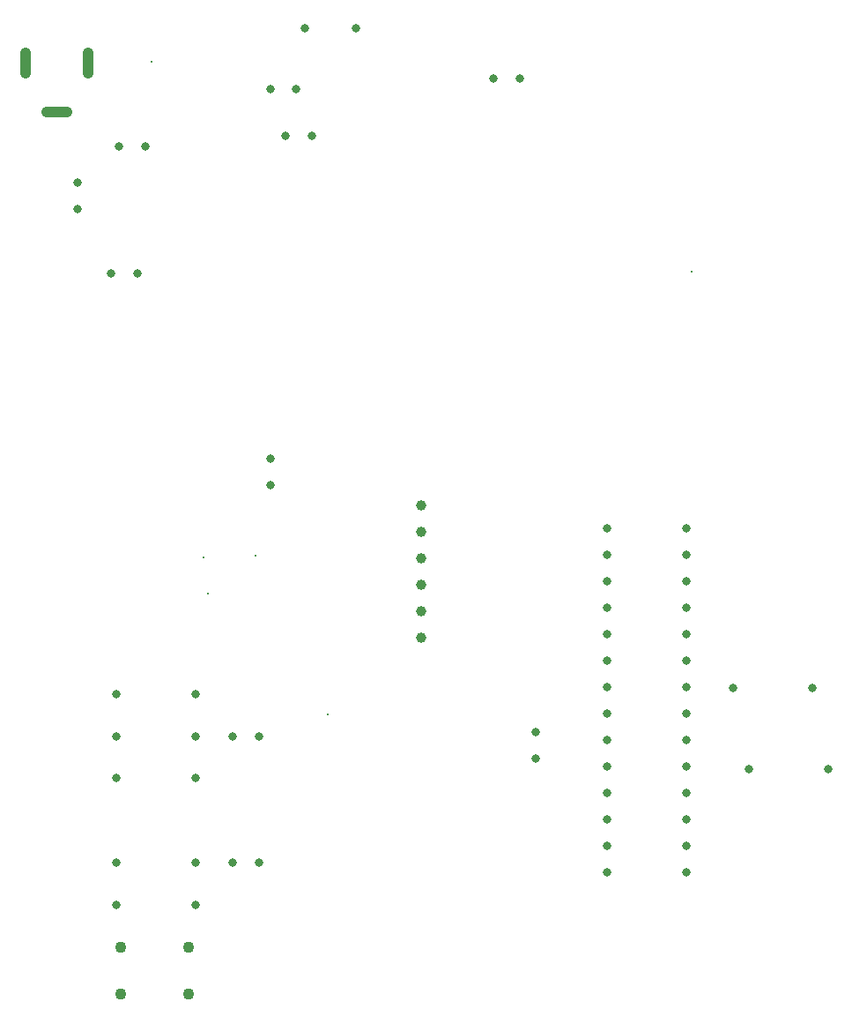
<source format=gbr>
%TF.GenerationSoftware,KiCad,Pcbnew,9.0.2*%
%TF.CreationDate,2025-06-30T09:26:00+05:30*%
%TF.ProjectId,ATmega328P_DevBoard_V1_Ujwal,41546d65-6761-4333-9238-505f44657642,rev?*%
%TF.SameCoordinates,Original*%
%TF.FileFunction,Plated,1,2,PTH,Mixed*%
%TF.FilePolarity,Positive*%
%FSLAX46Y46*%
G04 Gerber Fmt 4.6, Leading zero omitted, Abs format (unit mm)*
G04 Created by KiCad (PCBNEW 9.0.2) date 2025-06-30 09:26:00*
%MOMM*%
%LPD*%
G01*
G04 APERTURE LIST*
%TA.AperFunction,ViaDrill*%
%ADD10C,0.300000*%
%TD*%
%TA.AperFunction,ComponentDrill*%
%ADD11C,0.800000*%
%TD*%
G04 aperture for slot hole*
%TA.AperFunction,ComponentDrill*%
%ADD12C,1.000000*%
%TD*%
%TA.AperFunction,ComponentDrill*%
%ADD13C,1.000000*%
%TD*%
%TA.AperFunction,ComponentDrill*%
%ADD14C,1.100000*%
%TD*%
G04 APERTURE END LIST*
D10*
X46139400Y-26360300D03*
X51118800Y-73993700D03*
X51563200Y-77442800D03*
X56111500Y-73795600D03*
X63067900Y-88996800D03*
X98000000Y-46500000D03*
D11*
%TO.C,C5*%
X39000000Y-38000000D03*
X39000000Y-40500000D03*
%TO.C,C8*%
X42250000Y-46730000D03*
%TO.C,D2*%
X42690000Y-87050000D03*
%TO.C,R1*%
X42690000Y-91100000D03*
%TO.C,R2*%
X42690000Y-95150000D03*
%TO.C,R4*%
X42690000Y-103250000D03*
%TO.C,R5*%
X42690000Y-107300000D03*
%TO.C,C6*%
X43000000Y-34500000D03*
%TO.C,C8*%
X44750000Y-46730000D03*
%TO.C,C6*%
X45500000Y-34500000D03*
%TO.C,D2*%
X50310000Y-87050000D03*
%TO.C,R1*%
X50310000Y-91100000D03*
%TO.C,R2*%
X50310000Y-95150000D03*
%TO.C,R4*%
X50310000Y-103250000D03*
%TO.C,R5*%
X50310000Y-107300000D03*
%TO.C,C3*%
X53910000Y-91100000D03*
%TO.C,C7*%
X53910000Y-103250000D03*
%TO.C,C3*%
X56410000Y-91100000D03*
%TO.C,C7*%
X56410000Y-103250000D03*
%TO.C,C9*%
X57500000Y-29000000D03*
%TO.C,C11*%
X57500000Y-64500000D03*
X57500000Y-67000000D03*
%TO.C,C1*%
X59000000Y-33500000D03*
%TO.C,C9*%
X60000000Y-29000000D03*
%TO.C,Y1*%
X60880000Y-23185000D03*
%TO.C,C1*%
X61500000Y-33500000D03*
%TO.C,Y1*%
X65760000Y-23185000D03*
%TO.C,C10*%
X79000000Y-28000000D03*
X81500000Y-28000000D03*
%TO.C,C2*%
X83000000Y-90750000D03*
X83000000Y-93250000D03*
%TO.C,U1*%
X89880000Y-71180000D03*
X89880000Y-73720000D03*
X89880000Y-76260000D03*
X89880000Y-78800000D03*
X89880000Y-81340000D03*
X89880000Y-83880000D03*
X89880000Y-86420000D03*
X89880000Y-88960000D03*
X89880000Y-91500000D03*
X89880000Y-94040000D03*
X89880000Y-96580000D03*
X89880000Y-99120000D03*
X89880000Y-101660000D03*
X89880000Y-104200000D03*
X97500000Y-71180000D03*
X97500000Y-73720000D03*
X97500000Y-76260000D03*
X97500000Y-78800000D03*
X97500000Y-81340000D03*
X97500000Y-83880000D03*
X97500000Y-86420000D03*
X97500000Y-88960000D03*
X97500000Y-91500000D03*
X97500000Y-94040000D03*
X97500000Y-96580000D03*
X97500000Y-99120000D03*
X97500000Y-101660000D03*
X97500000Y-104200000D03*
%TO.C,D1*%
X102000000Y-86500000D03*
%TO.C,R3*%
X103500000Y-94310000D03*
%TO.C,D1*%
X109620000Y-86500000D03*
%TO.C,R3*%
X111120000Y-94310000D03*
D12*
%TO.C,J2*%
X34000000Y-27500000D02*
X34000000Y-25500000D01*
X38000000Y-31200000D02*
X36000000Y-31200000D01*
X40000000Y-27500000D02*
X40000000Y-25500000D01*
D13*
%TO.C,J1*%
X72000000Y-68960000D03*
X72000000Y-71500000D03*
X72000000Y-74040000D03*
X72000000Y-76580000D03*
X72000000Y-79120000D03*
X72000000Y-81660000D03*
D14*
%TO.C,SW1*%
X43140000Y-111350000D03*
X43140000Y-115850000D03*
X49640000Y-111350000D03*
X49640000Y-115850000D03*
M02*

</source>
